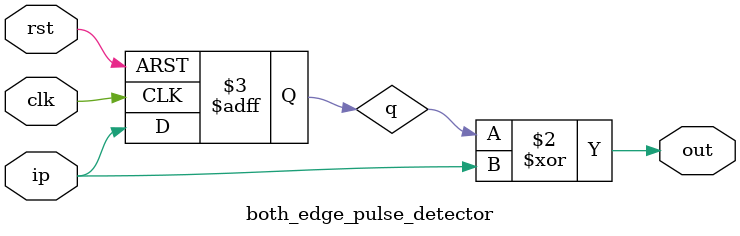
<source format=v>
`timescale 1ns / 1ps

module both_edge_pulse_detector(
input ip ,clk ,rst ,
output out 
    );
    reg q;
    always @(posedge clk,posedge rst )
        begin        
            if (rst )
                q <= 0;
             else 
                q <= ip;       
            end 
            assign out = q ^ ip ;
endmodule

</source>
